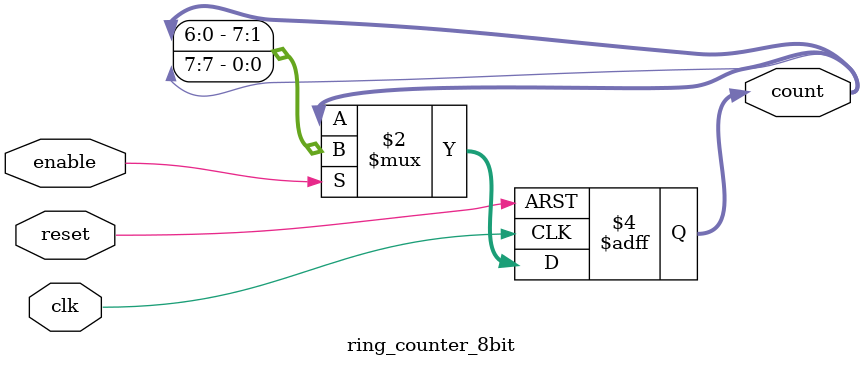
<source format=v>
module ring_counter_8bit(
    input clk,
    input reset,
    input enable,
    output reg [7:0] count
);
    always @(posedge clk or posedge reset) begin
        if (reset)
            count <= 8'b00000001;
        else if (enable)
            count <= {count[6:0], count[7]};
    end
endmodule
</source>
